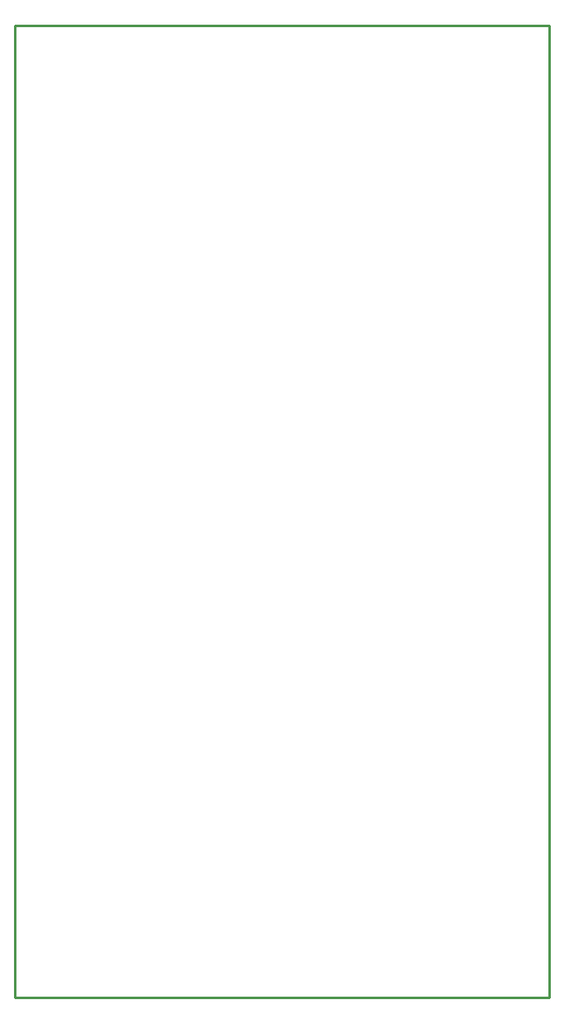
<source format=gko>
G04 Layer_Color=16711935*
%FSLAX43Y43*%
%MOMM*%
G71*
G01*
G75*
%ADD30C,0.254*%
D30*
X0Y0D02*
X55000D01*
Y100000D01*
X0D02*
X55000D01*
X0Y0D02*
Y100000D01*
M02*

</source>
